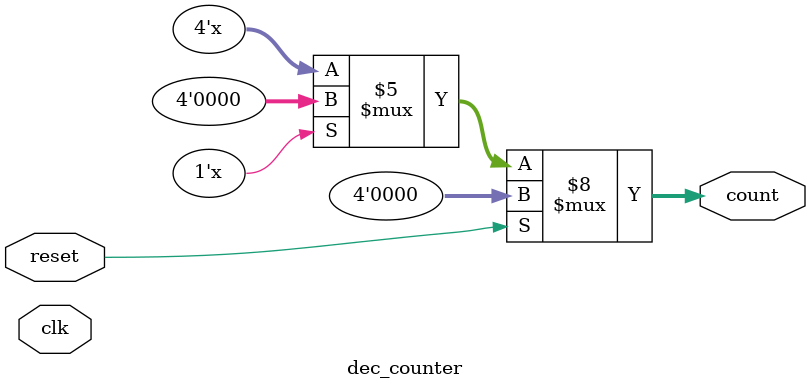
<source format=v>
module dec_counter(count, clk, reset);
	// define output and input
	output reg [3:0] count;
	input [31:0] clk;
	input reset;
	// initial count
	initial count = 4'b0000;
	// count process
	always @(clk)
	begin
		if (reset)// if reset
			count <= 0;
		else	  // if not reset
		begin 
			count <= count + 1;	 
			// if count=10 then change to 0 in to next clk
			if (count == 4'b1010)  
				count <= 4'b0000;  
		end
	end
endmodule 


</source>
